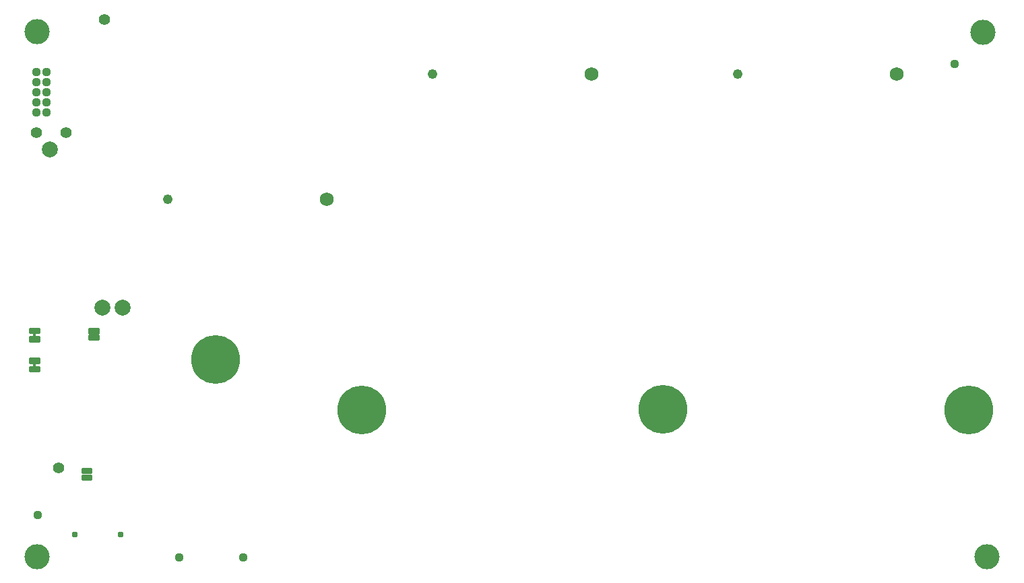
<source format=gbs>
G04 EAGLE Gerber RS-274X export*
G75*
%MOMM*%
%FSLAX34Y34*%
%LPD*%
%INSoldermask Bottom*%
%IPPOS*%
%AMOC8*
5,1,8,0,0,1.08239X$1,22.5*%
G01*
%ADD10C,6.127000*%
%ADD11C,3.175000*%
%ADD12C,1.227000*%
%ADD13C,1.727000*%
%ADD14C,0.777000*%
%ADD15C,1.127000*%
%ADD16C,1.397000*%
%ADD17C,2.006600*%
%ADD18C,0.228600*%
%ADD19C,0.228344*%

G36*
X23433Y301873D02*
X23433Y301873D01*
X23499Y301875D01*
X23542Y301893D01*
X23589Y301901D01*
X23646Y301935D01*
X23706Y301960D01*
X23741Y301991D01*
X23782Y302016D01*
X23824Y302067D01*
X23872Y302111D01*
X23894Y302153D01*
X23923Y302190D01*
X23944Y302252D01*
X23975Y302311D01*
X23983Y302365D01*
X23995Y302402D01*
X23994Y302442D01*
X24002Y302496D01*
X24002Y306306D01*
X23991Y306371D01*
X23989Y306437D01*
X23971Y306480D01*
X23963Y306527D01*
X23929Y306584D01*
X23904Y306644D01*
X23873Y306679D01*
X23848Y306720D01*
X23797Y306762D01*
X23753Y306810D01*
X23711Y306832D01*
X23674Y306861D01*
X23612Y306882D01*
X23553Y306913D01*
X23499Y306921D01*
X23462Y306933D01*
X23422Y306932D01*
X23368Y306940D01*
X20828Y306940D01*
X20763Y306929D01*
X20697Y306927D01*
X20654Y306909D01*
X20607Y306901D01*
X20550Y306867D01*
X20490Y306842D01*
X20455Y306811D01*
X20414Y306786D01*
X20373Y306735D01*
X20324Y306691D01*
X20302Y306649D01*
X20273Y306612D01*
X20252Y306550D01*
X20221Y306491D01*
X20213Y306437D01*
X20201Y306400D01*
X20201Y306396D01*
X20201Y306395D01*
X20202Y306360D01*
X20194Y306306D01*
X20194Y302496D01*
X20205Y302431D01*
X20207Y302365D01*
X20225Y302322D01*
X20233Y302275D01*
X20267Y302218D01*
X20292Y302158D01*
X20323Y302123D01*
X20348Y302082D01*
X20399Y302041D01*
X20443Y301992D01*
X20485Y301970D01*
X20522Y301941D01*
X20584Y301920D01*
X20643Y301889D01*
X20697Y301881D01*
X20734Y301869D01*
X20774Y301870D01*
X20828Y301862D01*
X23368Y301862D01*
X23433Y301873D01*
G37*
G36*
X23433Y264108D02*
X23433Y264108D01*
X23499Y264110D01*
X23542Y264128D01*
X23589Y264136D01*
X23646Y264169D01*
X23706Y264194D01*
X23741Y264226D01*
X23782Y264250D01*
X23824Y264301D01*
X23872Y264346D01*
X23894Y264388D01*
X23923Y264424D01*
X23944Y264487D01*
X23975Y264545D01*
X23983Y264600D01*
X23995Y264637D01*
X23994Y264676D01*
X24002Y264731D01*
X24002Y268541D01*
X23991Y268605D01*
X23989Y268671D01*
X23971Y268715D01*
X23963Y268761D01*
X23929Y268818D01*
X23904Y268879D01*
X23873Y268914D01*
X23848Y268955D01*
X23797Y268996D01*
X23753Y269045D01*
X23711Y269066D01*
X23674Y269096D01*
X23612Y269117D01*
X23553Y269147D01*
X23499Y269155D01*
X23462Y269168D01*
X23422Y269167D01*
X23368Y269175D01*
X20828Y269175D01*
X20763Y269163D01*
X20697Y269161D01*
X20654Y269143D01*
X20607Y269135D01*
X20550Y269102D01*
X20490Y269077D01*
X20455Y269045D01*
X20414Y269021D01*
X20373Y268970D01*
X20324Y268925D01*
X20302Y268883D01*
X20273Y268847D01*
X20252Y268785D01*
X20221Y268726D01*
X20213Y268671D01*
X20201Y268634D01*
X20201Y268630D01*
X20202Y268594D01*
X20194Y268541D01*
X20194Y264731D01*
X20205Y264666D01*
X20207Y264600D01*
X20225Y264556D01*
X20233Y264510D01*
X20267Y264453D01*
X20292Y264392D01*
X20323Y264357D01*
X20348Y264316D01*
X20399Y264275D01*
X20443Y264226D01*
X20485Y264205D01*
X20522Y264175D01*
X20584Y264154D01*
X20643Y264124D01*
X20697Y264116D01*
X20734Y264103D01*
X20774Y264104D01*
X20828Y264096D01*
X23368Y264096D01*
X23433Y264108D01*
G37*
D10*
X1196200Y210058D03*
X249972Y272742D03*
D11*
X25400Y685800D03*
X1214120Y684530D03*
X1219200Y25400D03*
X25400Y25400D03*
D12*
X189560Y474980D03*
D13*
X389560Y474980D03*
D14*
X72700Y53114D03*
X130500Y53114D03*
D15*
X24762Y622358D03*
X24762Y609658D03*
X24762Y596958D03*
X24762Y584258D03*
X24762Y635058D03*
X37462Y622358D03*
X37462Y609658D03*
X37462Y596958D03*
X37462Y584258D03*
X37462Y635058D03*
D16*
X61730Y558680D03*
X109728Y700786D03*
X52832Y136906D03*
X24440Y558580D03*
D15*
X1178560Y645160D03*
X26670Y77470D03*
D17*
X41148Y537464D03*
D18*
X93472Y127889D02*
X93472Y122555D01*
X81788Y122555D01*
X81788Y127889D01*
X93472Y127889D01*
X93472Y124727D02*
X81788Y124727D01*
X81788Y126899D02*
X93472Y126899D01*
X93472Y130683D02*
X93472Y136017D01*
X93472Y130683D02*
X81788Y130683D01*
X81788Y136017D01*
X93472Y136017D01*
X93472Y132855D02*
X81788Y132855D01*
X81788Y135027D02*
X93472Y135027D01*
D17*
X133096Y338074D03*
X107696Y338074D03*
D18*
X90424Y311785D02*
X90424Y306451D01*
X90424Y311785D02*
X102108Y311785D01*
X102108Y306451D01*
X90424Y306451D01*
X90424Y308623D02*
X102108Y308623D01*
X102108Y310795D02*
X90424Y310795D01*
X90424Y303657D02*
X90424Y298323D01*
X90424Y303657D02*
X102108Y303657D01*
X102108Y298323D01*
X90424Y298323D01*
X90424Y300495D02*
X102108Y300495D01*
X102108Y302667D02*
X90424Y302667D01*
D19*
X16254Y306812D02*
X16254Y312404D01*
X27942Y312404D01*
X27942Y306812D01*
X16254Y306812D01*
X16254Y308981D02*
X27942Y308981D01*
X27942Y311150D02*
X16254Y311150D01*
X16254Y301990D02*
X16254Y296398D01*
X16254Y301990D02*
X27942Y301990D01*
X27942Y296398D01*
X16254Y296398D01*
X16254Y298567D02*
X27942Y298567D01*
X27942Y300736D02*
X16254Y300736D01*
D12*
X522300Y632460D03*
D13*
X722300Y632460D03*
D12*
X905840Y632460D03*
D13*
X1105840Y632460D03*
D15*
X284500Y24130D03*
X204500Y24130D03*
D19*
X16254Y269047D02*
X16254Y274639D01*
X27942Y274639D01*
X27942Y269047D01*
X16254Y269047D01*
X16254Y271216D02*
X27942Y271216D01*
X27942Y273385D02*
X16254Y273385D01*
X16254Y264225D02*
X16254Y258633D01*
X16254Y264225D02*
X27942Y264225D01*
X27942Y258633D01*
X16254Y258633D01*
X16254Y260802D02*
X27942Y260802D01*
X27942Y262971D02*
X16254Y262971D01*
D10*
X812200Y210566D03*
X433200Y209804D03*
M02*

</source>
